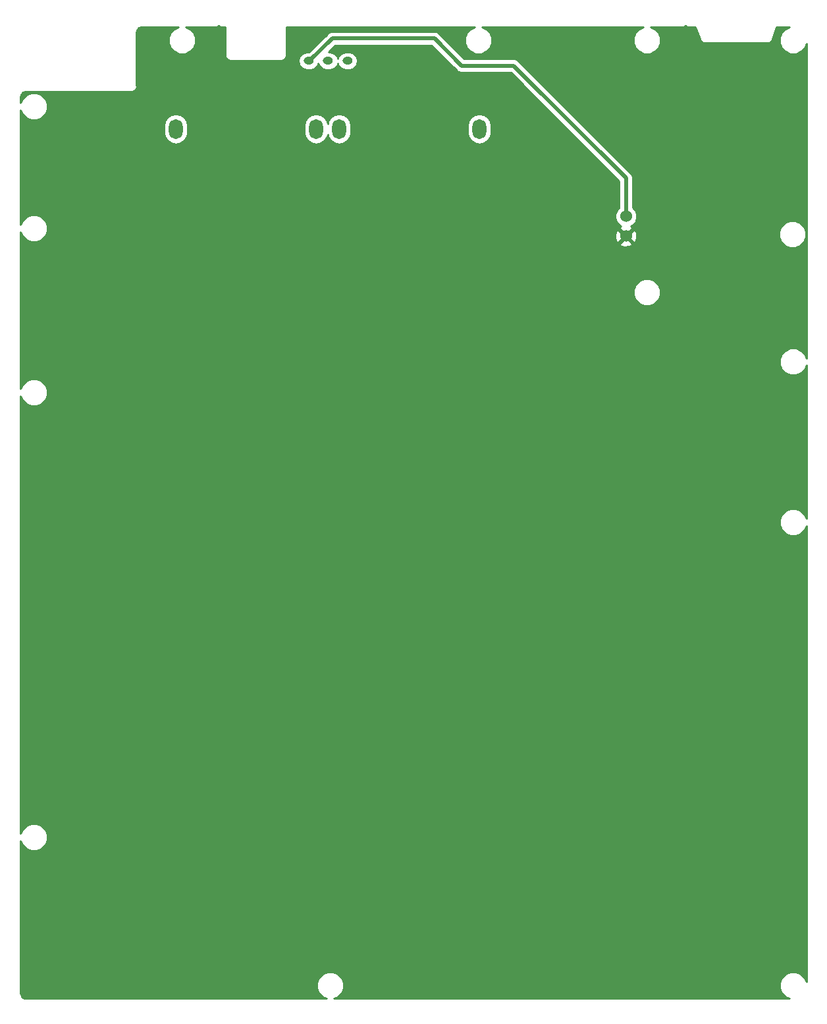
<source format=gtl>
G04 #@! TF.GenerationSoftware,KiCad,Pcbnew,(5.1.5)-3*
G04 #@! TF.CreationDate,2021-03-06T02:21:41+09:00*
G04 #@! TF.ProjectId,Getta25,47657474-6132-4352-9e6b-696361645f70,rev?*
G04 #@! TF.SameCoordinates,Original*
G04 #@! TF.FileFunction,Copper,L1,Top*
G04 #@! TF.FilePolarity,Positive*
%FSLAX46Y46*%
G04 Gerber Fmt 4.6, Leading zero omitted, Abs format (unit mm)*
G04 Created by KiCad (PCBNEW (5.1.5)-3) date 2021-03-06 02:21:41*
%MOMM*%
%LPD*%
G04 APERTURE LIST*
%ADD10C,1.524000*%
%ADD11O,1.300000X1.000000*%
%ADD12O,1.800000X2.550000*%
%ADD13C,0.500000*%
%ADD14C,0.254000*%
G04 APERTURE END LIST*
D10*
X101850000Y-35206000D03*
X101850000Y-37746000D03*
D11*
X66050000Y-15250000D03*
X63550000Y-15250000D03*
X61050000Y-15250000D03*
D12*
X44000000Y-24000000D03*
X62000000Y-24000000D03*
X83000000Y-24000000D03*
X65000000Y-24000000D03*
D13*
X101850000Y-35206000D02*
X101850000Y-30300000D01*
X64100000Y-12350000D02*
X72350000Y-12350000D01*
X61200000Y-15250000D02*
X64100000Y-12350000D01*
X61050000Y-15250000D02*
X61200000Y-15250000D01*
X80725000Y-15850000D02*
X77225000Y-12350000D01*
X87400000Y-15850000D02*
X80725000Y-15850000D01*
X77225000Y-12350000D02*
X72350000Y-12350000D01*
X101850000Y-30300000D02*
X87400000Y-15850000D01*
D14*
G36*
X109506143Y-10706357D02*
G01*
X109732727Y-10857755D01*
X109932538Y-10897500D01*
X109932539Y-10897500D01*
X110000000Y-10910919D01*
X110067462Y-10897500D01*
X110772214Y-10897500D01*
X111338634Y-12436276D01*
X111354745Y-12517273D01*
X111422832Y-12619173D01*
X111486792Y-12723715D01*
X111498261Y-12732060D01*
X111506143Y-12743857D01*
X111608057Y-12811953D01*
X111707141Y-12884052D01*
X111720931Y-12887373D01*
X111732727Y-12895255D01*
X111852940Y-12919167D01*
X111972075Y-12947860D01*
X112053652Y-12935000D01*
X119946347Y-12935000D01*
X120027924Y-12947860D01*
X120147065Y-12919166D01*
X120267273Y-12895255D01*
X120279067Y-12887374D01*
X120292858Y-12884053D01*
X120391940Y-12811955D01*
X120493857Y-12743857D01*
X120501740Y-12732059D01*
X120513207Y-12723715D01*
X120577156Y-12619191D01*
X120645255Y-12517273D01*
X120661368Y-12436270D01*
X121227786Y-10897500D01*
X122917586Y-10897500D01*
X122373451Y-11122888D01*
X121885388Y-11610951D01*
X121621250Y-12248637D01*
X121621250Y-12938863D01*
X121885388Y-13576549D01*
X122373451Y-14064612D01*
X123011137Y-14328750D01*
X123701363Y-14328750D01*
X124339049Y-14064612D01*
X124827112Y-13576549D01*
X125052500Y-13032414D01*
X125052500Y-53461337D01*
X124827112Y-52917201D01*
X124339049Y-52429138D01*
X123701363Y-52165000D01*
X123011137Y-52165000D01*
X122373451Y-52429138D01*
X121885388Y-52917201D01*
X121621250Y-53554887D01*
X121621250Y-54245113D01*
X121885388Y-54882799D01*
X122373451Y-55370862D01*
X123011137Y-55635000D01*
X123701363Y-55635000D01*
X124339049Y-55370862D01*
X124827112Y-54882799D01*
X125052500Y-54338663D01*
X125052501Y-74067587D01*
X124827112Y-73523451D01*
X124339049Y-73035388D01*
X123701363Y-72771250D01*
X123011137Y-72771250D01*
X122373451Y-73035388D01*
X121885388Y-73523451D01*
X121621250Y-74161137D01*
X121621250Y-74851363D01*
X121885388Y-75489049D01*
X122373451Y-75977112D01*
X123011137Y-76241250D01*
X123701363Y-76241250D01*
X124339049Y-75977112D01*
X124827112Y-75489049D01*
X125052501Y-74944913D01*
X125052501Y-133598839D01*
X124827112Y-133054701D01*
X124339049Y-132566638D01*
X123701363Y-132302500D01*
X123011137Y-132302500D01*
X122373451Y-132566638D01*
X121885388Y-133054701D01*
X121621250Y-133692387D01*
X121621250Y-134382613D01*
X121885388Y-135020299D01*
X122373451Y-135508362D01*
X122917586Y-135733750D01*
X64263664Y-135733750D01*
X64807799Y-135508362D01*
X65295862Y-135020299D01*
X65560000Y-134382613D01*
X65560000Y-133692387D01*
X65295862Y-133054701D01*
X64807799Y-132566638D01*
X64170113Y-132302500D01*
X63479887Y-132302500D01*
X62842201Y-132566638D01*
X62354138Y-133054701D01*
X62090000Y-133692387D01*
X62090000Y-134382613D01*
X62354138Y-135020299D01*
X62842201Y-135508362D01*
X63386336Y-135733750D01*
X24743678Y-135733750D01*
X24463342Y-135684319D01*
X24269516Y-135572413D01*
X24125656Y-135400969D01*
X24038641Y-135161895D01*
X24028750Y-135048845D01*
X24028750Y-115426164D01*
X24254138Y-115970299D01*
X24742201Y-116458362D01*
X25379887Y-116722500D01*
X26070113Y-116722500D01*
X26707799Y-116458362D01*
X27195862Y-115970299D01*
X27460000Y-115332613D01*
X27460000Y-114642387D01*
X27195862Y-114004701D01*
X26707799Y-113516638D01*
X26070113Y-113252500D01*
X25379887Y-113252500D01*
X24742201Y-113516638D01*
X24254138Y-114004701D01*
X24028750Y-114548836D01*
X24028750Y-58276164D01*
X24254138Y-58820299D01*
X24742201Y-59308362D01*
X25379887Y-59572500D01*
X26070113Y-59572500D01*
X26707799Y-59308362D01*
X27195862Y-58820299D01*
X27460000Y-58182613D01*
X27460000Y-57492387D01*
X27195862Y-56854701D01*
X26707799Y-56366638D01*
X26070113Y-56102500D01*
X25379887Y-56102500D01*
X24742201Y-56366638D01*
X24254138Y-56854701D01*
X24028750Y-57398836D01*
X24028750Y-44654887D01*
X102815000Y-44654887D01*
X102815000Y-45345113D01*
X103079138Y-45982799D01*
X103567201Y-46470862D01*
X104204887Y-46735000D01*
X104895113Y-46735000D01*
X105532799Y-46470862D01*
X106020862Y-45982799D01*
X106285000Y-45345113D01*
X106285000Y-44654887D01*
X106020862Y-44017201D01*
X105532799Y-43529138D01*
X104895113Y-43265000D01*
X104204887Y-43265000D01*
X103567201Y-43529138D01*
X103079138Y-44017201D01*
X102815000Y-44654887D01*
X24028750Y-44654887D01*
X24028750Y-38726213D01*
X101049392Y-38726213D01*
X101118857Y-38968397D01*
X101642302Y-39155144D01*
X102197368Y-39127362D01*
X102581143Y-38968397D01*
X102650608Y-38726213D01*
X101850000Y-37925605D01*
X101049392Y-38726213D01*
X24028750Y-38726213D01*
X24028750Y-37188664D01*
X24254138Y-37732799D01*
X24742201Y-38220862D01*
X25379887Y-38485000D01*
X26070113Y-38485000D01*
X26707799Y-38220862D01*
X27195862Y-37732799D01*
X27276425Y-37538302D01*
X100440856Y-37538302D01*
X100468638Y-38093368D01*
X100627603Y-38477143D01*
X100869787Y-38546608D01*
X101670395Y-37746000D01*
X102029605Y-37746000D01*
X102830213Y-38546608D01*
X103072397Y-38477143D01*
X103259144Y-37953698D01*
X103231362Y-37398632D01*
X103130400Y-37154887D01*
X121515000Y-37154887D01*
X121515000Y-37845113D01*
X121779138Y-38482799D01*
X122267201Y-38970862D01*
X122904887Y-39235000D01*
X123595113Y-39235000D01*
X124232799Y-38970862D01*
X124720862Y-38482799D01*
X124985000Y-37845113D01*
X124985000Y-37154887D01*
X124720862Y-36517201D01*
X124232799Y-36029138D01*
X123595113Y-35765000D01*
X122904887Y-35765000D01*
X122267201Y-36029138D01*
X121779138Y-36517201D01*
X121515000Y-37154887D01*
X103130400Y-37154887D01*
X103072397Y-37014857D01*
X102830213Y-36945392D01*
X102029605Y-37746000D01*
X101670395Y-37746000D01*
X100869787Y-36945392D01*
X100627603Y-37014857D01*
X100440856Y-37538302D01*
X27276425Y-37538302D01*
X27460000Y-37095113D01*
X27460000Y-36404887D01*
X27195862Y-35767201D01*
X26707799Y-35279138D01*
X26070113Y-35015000D01*
X25379887Y-35015000D01*
X24742201Y-35279138D01*
X24254138Y-35767201D01*
X24028750Y-36311336D01*
X24028750Y-23473819D01*
X42465000Y-23473819D01*
X42465000Y-24526182D01*
X42554062Y-24973927D01*
X42893327Y-25481673D01*
X43401074Y-25820938D01*
X44000000Y-25940072D01*
X44598927Y-25820938D01*
X45106673Y-25481673D01*
X45445938Y-24973927D01*
X45535000Y-24526181D01*
X45535000Y-23473819D01*
X60465000Y-23473819D01*
X60465000Y-24526182D01*
X60554062Y-24973927D01*
X60893327Y-25481673D01*
X61401074Y-25820938D01*
X62000000Y-25940072D01*
X62598927Y-25820938D01*
X63106673Y-25481673D01*
X63445938Y-24973927D01*
X63500000Y-24702139D01*
X63554062Y-24973927D01*
X63893327Y-25481673D01*
X64401074Y-25820938D01*
X65000000Y-25940072D01*
X65598927Y-25820938D01*
X66106673Y-25481673D01*
X66445938Y-24973927D01*
X66535000Y-24526181D01*
X66535000Y-23473819D01*
X81465000Y-23473819D01*
X81465000Y-24526182D01*
X81554062Y-24973927D01*
X81893327Y-25481673D01*
X82401074Y-25820938D01*
X83000000Y-25940072D01*
X83598927Y-25820938D01*
X84106673Y-25481673D01*
X84445938Y-24973927D01*
X84535000Y-24526181D01*
X84535000Y-23473818D01*
X84445938Y-23026073D01*
X84106673Y-22518327D01*
X83598926Y-22179062D01*
X83000000Y-22059928D01*
X82401073Y-22179062D01*
X81893327Y-22518327D01*
X81554062Y-23026074D01*
X81465000Y-23473819D01*
X66535000Y-23473819D01*
X66535000Y-23473818D01*
X66445938Y-23026073D01*
X66106673Y-22518327D01*
X65598926Y-22179062D01*
X65000000Y-22059928D01*
X64401073Y-22179062D01*
X63893327Y-22518327D01*
X63554062Y-23026074D01*
X63500000Y-23297862D01*
X63445938Y-23026073D01*
X63106673Y-22518327D01*
X62598926Y-22179062D01*
X62000000Y-22059928D01*
X61401073Y-22179062D01*
X60893327Y-22518327D01*
X60554062Y-23026074D01*
X60465000Y-23473819D01*
X45535000Y-23473819D01*
X45535000Y-23473818D01*
X45445938Y-23026073D01*
X45106673Y-22518327D01*
X44598926Y-22179062D01*
X44000000Y-22059928D01*
X43401073Y-22179062D01*
X42893327Y-22518327D01*
X42554062Y-23026074D01*
X42465000Y-23473819D01*
X24028750Y-23473819D01*
X24028750Y-21532414D01*
X24254138Y-22076549D01*
X24742201Y-22564612D01*
X25379887Y-22828750D01*
X26070113Y-22828750D01*
X26707799Y-22564612D01*
X27195862Y-22076549D01*
X27460000Y-21438863D01*
X27460000Y-20748637D01*
X27195862Y-20110951D01*
X26707799Y-19622888D01*
X26070113Y-19358750D01*
X25379887Y-19358750D01*
X24742201Y-19622888D01*
X24254138Y-20110951D01*
X24028750Y-20655086D01*
X24028750Y-19895675D01*
X24077431Y-19619592D01*
X24189336Y-19425766D01*
X24360782Y-19281906D01*
X24599852Y-19194891D01*
X24712905Y-19185000D01*
X38182538Y-19185000D01*
X38250000Y-19198419D01*
X38317461Y-19185000D01*
X38317462Y-19185000D01*
X38517273Y-19145255D01*
X38743857Y-18993857D01*
X38895255Y-18767273D01*
X38948419Y-18500000D01*
X38935000Y-18432538D01*
X38935000Y-15250000D01*
X59742765Y-15250000D01*
X59830854Y-15692855D01*
X60081711Y-16068289D01*
X60457145Y-16319146D01*
X60788217Y-16385000D01*
X61311783Y-16385000D01*
X61642855Y-16319146D01*
X62018289Y-16068289D01*
X62269146Y-15692855D01*
X62300000Y-15537741D01*
X62330854Y-15692855D01*
X62581711Y-16068289D01*
X62957145Y-16319146D01*
X63288217Y-16385000D01*
X63811783Y-16385000D01*
X64142855Y-16319146D01*
X64518289Y-16068289D01*
X64769146Y-15692855D01*
X64800000Y-15537741D01*
X64830854Y-15692855D01*
X65081711Y-16068289D01*
X65457145Y-16319146D01*
X65788217Y-16385000D01*
X66311783Y-16385000D01*
X66642855Y-16319146D01*
X67018289Y-16068289D01*
X67269146Y-15692855D01*
X67357235Y-15250000D01*
X67269146Y-14807145D01*
X67018289Y-14431711D01*
X66642855Y-14180854D01*
X66311783Y-14115000D01*
X65788217Y-14115000D01*
X65457145Y-14180854D01*
X65081711Y-14431711D01*
X64830854Y-14807145D01*
X64800000Y-14962259D01*
X64769146Y-14807145D01*
X64518289Y-14431711D01*
X64142855Y-14180854D01*
X63811783Y-14115000D01*
X63586579Y-14115000D01*
X64466579Y-13235000D01*
X76858422Y-13235000D01*
X80037577Y-16414156D01*
X80086951Y-16488049D01*
X80160844Y-16537423D01*
X80160845Y-16537424D01*
X80271880Y-16611615D01*
X80379690Y-16683652D01*
X80637835Y-16735000D01*
X80637839Y-16735000D01*
X80724999Y-16752337D01*
X80812159Y-16735000D01*
X87033422Y-16735000D01*
X100965001Y-30666580D01*
X100965000Y-34115343D01*
X100665680Y-34414663D01*
X100453000Y-34928119D01*
X100453000Y-35483881D01*
X100665680Y-35997337D01*
X101058663Y-36390320D01*
X101249647Y-36469428D01*
X101118857Y-36523603D01*
X101049392Y-36765787D01*
X101850000Y-37566395D01*
X102650608Y-36765787D01*
X102581143Y-36523603D01*
X102440607Y-36473465D01*
X102641337Y-36390320D01*
X103034320Y-35997337D01*
X103247000Y-35483881D01*
X103247000Y-34928119D01*
X103034320Y-34414663D01*
X102735000Y-34115343D01*
X102735000Y-30387161D01*
X102752337Y-30300000D01*
X102735000Y-30212839D01*
X102735000Y-30212835D01*
X102683652Y-29954690D01*
X102488049Y-29661951D01*
X102414156Y-29612577D01*
X88087425Y-15285847D01*
X88038049Y-15211951D01*
X87745310Y-15016348D01*
X87487165Y-14965000D01*
X87487161Y-14965000D01*
X87400000Y-14947663D01*
X87312839Y-14965000D01*
X81091579Y-14965000D01*
X77912425Y-11785847D01*
X77863049Y-11711951D01*
X77570310Y-11516348D01*
X77312165Y-11465000D01*
X77312161Y-11465000D01*
X77225000Y-11447663D01*
X77137839Y-11465000D01*
X64187159Y-11465000D01*
X64099999Y-11447663D01*
X64012839Y-11465000D01*
X64012835Y-11465000D01*
X63754690Y-11516348D01*
X63693711Y-11557093D01*
X63535845Y-11662576D01*
X63535844Y-11662577D01*
X63461951Y-11711951D01*
X63412577Y-11785844D01*
X61083422Y-14115000D01*
X60788217Y-14115000D01*
X60457145Y-14180854D01*
X60081711Y-14431711D01*
X59830854Y-14807145D01*
X59742765Y-15250000D01*
X38935000Y-15250000D01*
X38935000Y-11612428D01*
X38984431Y-11332092D01*
X39096336Y-11138266D01*
X39267782Y-10994406D01*
X39506852Y-10907391D01*
X39619905Y-10897500D01*
X44336336Y-10897500D01*
X43792201Y-11122888D01*
X43304138Y-11610951D01*
X43040000Y-12248637D01*
X43040000Y-12938863D01*
X43304138Y-13576549D01*
X43792201Y-14064612D01*
X44429887Y-14328750D01*
X45120113Y-14328750D01*
X45757799Y-14064612D01*
X46245862Y-13576549D01*
X46510000Y-12938863D01*
X46510000Y-12248637D01*
X46245862Y-11610951D01*
X45757799Y-11122888D01*
X45213664Y-10897500D01*
X48932539Y-10897500D01*
X49000000Y-10910919D01*
X49082459Y-10894517D01*
X49267273Y-10857755D01*
X49493857Y-10706357D01*
X49500000Y-10697163D01*
X49506143Y-10706357D01*
X49732727Y-10857755D01*
X49932538Y-10897500D01*
X49932539Y-10897500D01*
X50000000Y-10910919D01*
X50067462Y-10897500D01*
X50315000Y-10897500D01*
X50315001Y-14432533D01*
X50301581Y-14500000D01*
X50354745Y-14767273D01*
X50506143Y-14993857D01*
X50732727Y-15145255D01*
X50932538Y-15185000D01*
X50932539Y-15185000D01*
X51000000Y-15198419D01*
X51067462Y-15185000D01*
X57432538Y-15185000D01*
X57500000Y-15198419D01*
X57567461Y-15185000D01*
X57567462Y-15185000D01*
X57767273Y-15145255D01*
X57993857Y-14993857D01*
X58145255Y-14767273D01*
X58198419Y-14500000D01*
X58185000Y-14432538D01*
X58185000Y-10897500D01*
X82436336Y-10897500D01*
X81892201Y-11122888D01*
X81404138Y-11610951D01*
X81140000Y-12248637D01*
X81140000Y-12938863D01*
X81404138Y-13576549D01*
X81892201Y-14064612D01*
X82529887Y-14328750D01*
X83220113Y-14328750D01*
X83857799Y-14064612D01*
X84345862Y-13576549D01*
X84610000Y-12938863D01*
X84610000Y-12248637D01*
X84345862Y-11610951D01*
X83857799Y-11122888D01*
X83313664Y-10897500D01*
X104111336Y-10897500D01*
X103567201Y-11122888D01*
X103079138Y-11610951D01*
X102815000Y-12248637D01*
X102815000Y-12938863D01*
X103079138Y-13576549D01*
X103567201Y-14064612D01*
X104204887Y-14328750D01*
X104895113Y-14328750D01*
X105532799Y-14064612D01*
X106020862Y-13576549D01*
X106285000Y-12938863D01*
X106285000Y-12248637D01*
X106020862Y-11610951D01*
X105532799Y-11122888D01*
X104988664Y-10897500D01*
X108932539Y-10897500D01*
X109000000Y-10910919D01*
X109082459Y-10894517D01*
X109267273Y-10857755D01*
X109493857Y-10706357D01*
X109500000Y-10697163D01*
X109506143Y-10706357D01*
G37*
X109506143Y-10706357D02*
X109732727Y-10857755D01*
X109932538Y-10897500D01*
X109932539Y-10897500D01*
X110000000Y-10910919D01*
X110067462Y-10897500D01*
X110772214Y-10897500D01*
X111338634Y-12436276D01*
X111354745Y-12517273D01*
X111422832Y-12619173D01*
X111486792Y-12723715D01*
X111498261Y-12732060D01*
X111506143Y-12743857D01*
X111608057Y-12811953D01*
X111707141Y-12884052D01*
X111720931Y-12887373D01*
X111732727Y-12895255D01*
X111852940Y-12919167D01*
X111972075Y-12947860D01*
X112053652Y-12935000D01*
X119946347Y-12935000D01*
X120027924Y-12947860D01*
X120147065Y-12919166D01*
X120267273Y-12895255D01*
X120279067Y-12887374D01*
X120292858Y-12884053D01*
X120391940Y-12811955D01*
X120493857Y-12743857D01*
X120501740Y-12732059D01*
X120513207Y-12723715D01*
X120577156Y-12619191D01*
X120645255Y-12517273D01*
X120661368Y-12436270D01*
X121227786Y-10897500D01*
X122917586Y-10897500D01*
X122373451Y-11122888D01*
X121885388Y-11610951D01*
X121621250Y-12248637D01*
X121621250Y-12938863D01*
X121885388Y-13576549D01*
X122373451Y-14064612D01*
X123011137Y-14328750D01*
X123701363Y-14328750D01*
X124339049Y-14064612D01*
X124827112Y-13576549D01*
X125052500Y-13032414D01*
X125052500Y-53461337D01*
X124827112Y-52917201D01*
X124339049Y-52429138D01*
X123701363Y-52165000D01*
X123011137Y-52165000D01*
X122373451Y-52429138D01*
X121885388Y-52917201D01*
X121621250Y-53554887D01*
X121621250Y-54245113D01*
X121885388Y-54882799D01*
X122373451Y-55370862D01*
X123011137Y-55635000D01*
X123701363Y-55635000D01*
X124339049Y-55370862D01*
X124827112Y-54882799D01*
X125052500Y-54338663D01*
X125052501Y-74067587D01*
X124827112Y-73523451D01*
X124339049Y-73035388D01*
X123701363Y-72771250D01*
X123011137Y-72771250D01*
X122373451Y-73035388D01*
X121885388Y-73523451D01*
X121621250Y-74161137D01*
X121621250Y-74851363D01*
X121885388Y-75489049D01*
X122373451Y-75977112D01*
X123011137Y-76241250D01*
X123701363Y-76241250D01*
X124339049Y-75977112D01*
X124827112Y-75489049D01*
X125052501Y-74944913D01*
X125052501Y-133598839D01*
X124827112Y-133054701D01*
X124339049Y-132566638D01*
X123701363Y-132302500D01*
X123011137Y-132302500D01*
X122373451Y-132566638D01*
X121885388Y-133054701D01*
X121621250Y-133692387D01*
X121621250Y-134382613D01*
X121885388Y-135020299D01*
X122373451Y-135508362D01*
X122917586Y-135733750D01*
X64263664Y-135733750D01*
X64807799Y-135508362D01*
X65295862Y-135020299D01*
X65560000Y-134382613D01*
X65560000Y-133692387D01*
X65295862Y-133054701D01*
X64807799Y-132566638D01*
X64170113Y-132302500D01*
X63479887Y-132302500D01*
X62842201Y-132566638D01*
X62354138Y-133054701D01*
X62090000Y-133692387D01*
X62090000Y-134382613D01*
X62354138Y-135020299D01*
X62842201Y-135508362D01*
X63386336Y-135733750D01*
X24743678Y-135733750D01*
X24463342Y-135684319D01*
X24269516Y-135572413D01*
X24125656Y-135400969D01*
X24038641Y-135161895D01*
X24028750Y-135048845D01*
X24028750Y-115426164D01*
X24254138Y-115970299D01*
X24742201Y-116458362D01*
X25379887Y-116722500D01*
X26070113Y-116722500D01*
X26707799Y-116458362D01*
X27195862Y-115970299D01*
X27460000Y-115332613D01*
X27460000Y-114642387D01*
X27195862Y-114004701D01*
X26707799Y-113516638D01*
X26070113Y-113252500D01*
X25379887Y-113252500D01*
X24742201Y-113516638D01*
X24254138Y-114004701D01*
X24028750Y-114548836D01*
X24028750Y-58276164D01*
X24254138Y-58820299D01*
X24742201Y-59308362D01*
X25379887Y-59572500D01*
X26070113Y-59572500D01*
X26707799Y-59308362D01*
X27195862Y-58820299D01*
X27460000Y-58182613D01*
X27460000Y-57492387D01*
X27195862Y-56854701D01*
X26707799Y-56366638D01*
X26070113Y-56102500D01*
X25379887Y-56102500D01*
X24742201Y-56366638D01*
X24254138Y-56854701D01*
X24028750Y-57398836D01*
X24028750Y-44654887D01*
X102815000Y-44654887D01*
X102815000Y-45345113D01*
X103079138Y-45982799D01*
X103567201Y-46470862D01*
X104204887Y-46735000D01*
X104895113Y-46735000D01*
X105532799Y-46470862D01*
X106020862Y-45982799D01*
X106285000Y-45345113D01*
X106285000Y-44654887D01*
X106020862Y-44017201D01*
X105532799Y-43529138D01*
X104895113Y-43265000D01*
X104204887Y-43265000D01*
X103567201Y-43529138D01*
X103079138Y-44017201D01*
X102815000Y-44654887D01*
X24028750Y-44654887D01*
X24028750Y-38726213D01*
X101049392Y-38726213D01*
X101118857Y-38968397D01*
X101642302Y-39155144D01*
X102197368Y-39127362D01*
X102581143Y-38968397D01*
X102650608Y-38726213D01*
X101850000Y-37925605D01*
X101049392Y-38726213D01*
X24028750Y-38726213D01*
X24028750Y-37188664D01*
X24254138Y-37732799D01*
X24742201Y-38220862D01*
X25379887Y-38485000D01*
X26070113Y-38485000D01*
X26707799Y-38220862D01*
X27195862Y-37732799D01*
X27276425Y-37538302D01*
X100440856Y-37538302D01*
X100468638Y-38093368D01*
X100627603Y-38477143D01*
X100869787Y-38546608D01*
X101670395Y-37746000D01*
X102029605Y-37746000D01*
X102830213Y-38546608D01*
X103072397Y-38477143D01*
X103259144Y-37953698D01*
X103231362Y-37398632D01*
X103130400Y-37154887D01*
X121515000Y-37154887D01*
X121515000Y-37845113D01*
X121779138Y-38482799D01*
X122267201Y-38970862D01*
X122904887Y-39235000D01*
X123595113Y-39235000D01*
X124232799Y-38970862D01*
X124720862Y-38482799D01*
X124985000Y-37845113D01*
X124985000Y-37154887D01*
X124720862Y-36517201D01*
X124232799Y-36029138D01*
X123595113Y-35765000D01*
X122904887Y-35765000D01*
X122267201Y-36029138D01*
X121779138Y-36517201D01*
X121515000Y-37154887D01*
X103130400Y-37154887D01*
X103072397Y-37014857D01*
X102830213Y-36945392D01*
X102029605Y-37746000D01*
X101670395Y-37746000D01*
X100869787Y-36945392D01*
X100627603Y-37014857D01*
X100440856Y-37538302D01*
X27276425Y-37538302D01*
X27460000Y-37095113D01*
X27460000Y-36404887D01*
X27195862Y-35767201D01*
X26707799Y-35279138D01*
X26070113Y-35015000D01*
X25379887Y-35015000D01*
X24742201Y-35279138D01*
X24254138Y-35767201D01*
X24028750Y-36311336D01*
X24028750Y-23473819D01*
X42465000Y-23473819D01*
X42465000Y-24526182D01*
X42554062Y-24973927D01*
X42893327Y-25481673D01*
X43401074Y-25820938D01*
X44000000Y-25940072D01*
X44598927Y-25820938D01*
X45106673Y-25481673D01*
X45445938Y-24973927D01*
X45535000Y-24526181D01*
X45535000Y-23473819D01*
X60465000Y-23473819D01*
X60465000Y-24526182D01*
X60554062Y-24973927D01*
X60893327Y-25481673D01*
X61401074Y-25820938D01*
X62000000Y-25940072D01*
X62598927Y-25820938D01*
X63106673Y-25481673D01*
X63445938Y-24973927D01*
X63500000Y-24702139D01*
X63554062Y-24973927D01*
X63893327Y-25481673D01*
X64401074Y-25820938D01*
X65000000Y-25940072D01*
X65598927Y-25820938D01*
X66106673Y-25481673D01*
X66445938Y-24973927D01*
X66535000Y-24526181D01*
X66535000Y-23473819D01*
X81465000Y-23473819D01*
X81465000Y-24526182D01*
X81554062Y-24973927D01*
X81893327Y-25481673D01*
X82401074Y-25820938D01*
X83000000Y-25940072D01*
X83598927Y-25820938D01*
X84106673Y-25481673D01*
X84445938Y-24973927D01*
X84535000Y-24526181D01*
X84535000Y-23473818D01*
X84445938Y-23026073D01*
X84106673Y-22518327D01*
X83598926Y-22179062D01*
X83000000Y-22059928D01*
X82401073Y-22179062D01*
X81893327Y-22518327D01*
X81554062Y-23026074D01*
X81465000Y-23473819D01*
X66535000Y-23473819D01*
X66535000Y-23473818D01*
X66445938Y-23026073D01*
X66106673Y-22518327D01*
X65598926Y-22179062D01*
X65000000Y-22059928D01*
X64401073Y-22179062D01*
X63893327Y-22518327D01*
X63554062Y-23026074D01*
X63500000Y-23297862D01*
X63445938Y-23026073D01*
X63106673Y-22518327D01*
X62598926Y-22179062D01*
X62000000Y-22059928D01*
X61401073Y-22179062D01*
X60893327Y-22518327D01*
X60554062Y-23026074D01*
X60465000Y-23473819D01*
X45535000Y-23473819D01*
X45535000Y-23473818D01*
X45445938Y-23026073D01*
X45106673Y-22518327D01*
X44598926Y-22179062D01*
X44000000Y-22059928D01*
X43401073Y-22179062D01*
X42893327Y-22518327D01*
X42554062Y-23026074D01*
X42465000Y-23473819D01*
X24028750Y-23473819D01*
X24028750Y-21532414D01*
X24254138Y-22076549D01*
X24742201Y-22564612D01*
X25379887Y-22828750D01*
X26070113Y-22828750D01*
X26707799Y-22564612D01*
X27195862Y-22076549D01*
X27460000Y-21438863D01*
X27460000Y-20748637D01*
X27195862Y-20110951D01*
X26707799Y-19622888D01*
X26070113Y-19358750D01*
X25379887Y-19358750D01*
X24742201Y-19622888D01*
X24254138Y-20110951D01*
X24028750Y-20655086D01*
X24028750Y-19895675D01*
X24077431Y-19619592D01*
X24189336Y-19425766D01*
X24360782Y-19281906D01*
X24599852Y-19194891D01*
X24712905Y-19185000D01*
X38182538Y-19185000D01*
X38250000Y-19198419D01*
X38317461Y-19185000D01*
X38317462Y-19185000D01*
X38517273Y-19145255D01*
X38743857Y-18993857D01*
X38895255Y-18767273D01*
X38948419Y-18500000D01*
X38935000Y-18432538D01*
X38935000Y-15250000D01*
X59742765Y-15250000D01*
X59830854Y-15692855D01*
X60081711Y-16068289D01*
X60457145Y-16319146D01*
X60788217Y-16385000D01*
X61311783Y-16385000D01*
X61642855Y-16319146D01*
X62018289Y-16068289D01*
X62269146Y-15692855D01*
X62300000Y-15537741D01*
X62330854Y-15692855D01*
X62581711Y-16068289D01*
X62957145Y-16319146D01*
X63288217Y-16385000D01*
X63811783Y-16385000D01*
X64142855Y-16319146D01*
X64518289Y-16068289D01*
X64769146Y-15692855D01*
X64800000Y-15537741D01*
X64830854Y-15692855D01*
X65081711Y-16068289D01*
X65457145Y-16319146D01*
X65788217Y-16385000D01*
X66311783Y-16385000D01*
X66642855Y-16319146D01*
X67018289Y-16068289D01*
X67269146Y-15692855D01*
X67357235Y-15250000D01*
X67269146Y-14807145D01*
X67018289Y-14431711D01*
X66642855Y-14180854D01*
X66311783Y-14115000D01*
X65788217Y-14115000D01*
X65457145Y-14180854D01*
X65081711Y-14431711D01*
X64830854Y-14807145D01*
X64800000Y-14962259D01*
X64769146Y-14807145D01*
X64518289Y-14431711D01*
X64142855Y-14180854D01*
X63811783Y-14115000D01*
X63586579Y-14115000D01*
X64466579Y-13235000D01*
X76858422Y-13235000D01*
X80037577Y-16414156D01*
X80086951Y-16488049D01*
X80160844Y-16537423D01*
X80160845Y-16537424D01*
X80271880Y-16611615D01*
X80379690Y-16683652D01*
X80637835Y-16735000D01*
X80637839Y-16735000D01*
X80724999Y-16752337D01*
X80812159Y-16735000D01*
X87033422Y-16735000D01*
X100965001Y-30666580D01*
X100965000Y-34115343D01*
X100665680Y-34414663D01*
X100453000Y-34928119D01*
X100453000Y-35483881D01*
X100665680Y-35997337D01*
X101058663Y-36390320D01*
X101249647Y-36469428D01*
X101118857Y-36523603D01*
X101049392Y-36765787D01*
X101850000Y-37566395D01*
X102650608Y-36765787D01*
X102581143Y-36523603D01*
X102440607Y-36473465D01*
X102641337Y-36390320D01*
X103034320Y-35997337D01*
X103247000Y-35483881D01*
X103247000Y-34928119D01*
X103034320Y-34414663D01*
X102735000Y-34115343D01*
X102735000Y-30387161D01*
X102752337Y-30300000D01*
X102735000Y-30212839D01*
X102735000Y-30212835D01*
X102683652Y-29954690D01*
X102488049Y-29661951D01*
X102414156Y-29612577D01*
X88087425Y-15285847D01*
X88038049Y-15211951D01*
X87745310Y-15016348D01*
X87487165Y-14965000D01*
X87487161Y-14965000D01*
X87400000Y-14947663D01*
X87312839Y-14965000D01*
X81091579Y-14965000D01*
X77912425Y-11785847D01*
X77863049Y-11711951D01*
X77570310Y-11516348D01*
X77312165Y-11465000D01*
X77312161Y-11465000D01*
X77225000Y-11447663D01*
X77137839Y-11465000D01*
X64187159Y-11465000D01*
X64099999Y-11447663D01*
X64012839Y-11465000D01*
X64012835Y-11465000D01*
X63754690Y-11516348D01*
X63693711Y-11557093D01*
X63535845Y-11662576D01*
X63535844Y-11662577D01*
X63461951Y-11711951D01*
X63412577Y-11785844D01*
X61083422Y-14115000D01*
X60788217Y-14115000D01*
X60457145Y-14180854D01*
X60081711Y-14431711D01*
X59830854Y-14807145D01*
X59742765Y-15250000D01*
X38935000Y-15250000D01*
X38935000Y-11612428D01*
X38984431Y-11332092D01*
X39096336Y-11138266D01*
X39267782Y-10994406D01*
X39506852Y-10907391D01*
X39619905Y-10897500D01*
X44336336Y-10897500D01*
X43792201Y-11122888D01*
X43304138Y-11610951D01*
X43040000Y-12248637D01*
X43040000Y-12938863D01*
X43304138Y-13576549D01*
X43792201Y-14064612D01*
X44429887Y-14328750D01*
X45120113Y-14328750D01*
X45757799Y-14064612D01*
X46245862Y-13576549D01*
X46510000Y-12938863D01*
X46510000Y-12248637D01*
X46245862Y-11610951D01*
X45757799Y-11122888D01*
X45213664Y-10897500D01*
X48932539Y-10897500D01*
X49000000Y-10910919D01*
X49082459Y-10894517D01*
X49267273Y-10857755D01*
X49493857Y-10706357D01*
X49500000Y-10697163D01*
X49506143Y-10706357D01*
X49732727Y-10857755D01*
X49932538Y-10897500D01*
X49932539Y-10897500D01*
X50000000Y-10910919D01*
X50067462Y-10897500D01*
X50315000Y-10897500D01*
X50315001Y-14432533D01*
X50301581Y-14500000D01*
X50354745Y-14767273D01*
X50506143Y-14993857D01*
X50732727Y-15145255D01*
X50932538Y-15185000D01*
X50932539Y-15185000D01*
X51000000Y-15198419D01*
X51067462Y-15185000D01*
X57432538Y-15185000D01*
X57500000Y-15198419D01*
X57567461Y-15185000D01*
X57567462Y-15185000D01*
X57767273Y-15145255D01*
X57993857Y-14993857D01*
X58145255Y-14767273D01*
X58198419Y-14500000D01*
X58185000Y-14432538D01*
X58185000Y-10897500D01*
X82436336Y-10897500D01*
X81892201Y-11122888D01*
X81404138Y-11610951D01*
X81140000Y-12248637D01*
X81140000Y-12938863D01*
X81404138Y-13576549D01*
X81892201Y-14064612D01*
X82529887Y-14328750D01*
X83220113Y-14328750D01*
X83857799Y-14064612D01*
X84345862Y-13576549D01*
X84610000Y-12938863D01*
X84610000Y-12248637D01*
X84345862Y-11610951D01*
X83857799Y-11122888D01*
X83313664Y-10897500D01*
X104111336Y-10897500D01*
X103567201Y-11122888D01*
X103079138Y-11610951D01*
X102815000Y-12248637D01*
X102815000Y-12938863D01*
X103079138Y-13576549D01*
X103567201Y-14064612D01*
X104204887Y-14328750D01*
X104895113Y-14328750D01*
X105532799Y-14064612D01*
X106020862Y-13576549D01*
X106285000Y-12938863D01*
X106285000Y-12248637D01*
X106020862Y-11610951D01*
X105532799Y-11122888D01*
X104988664Y-10897500D01*
X108932539Y-10897500D01*
X109000000Y-10910919D01*
X109082459Y-10894517D01*
X109267273Y-10857755D01*
X109493857Y-10706357D01*
X109500000Y-10697163D01*
X109506143Y-10706357D01*
M02*

</source>
